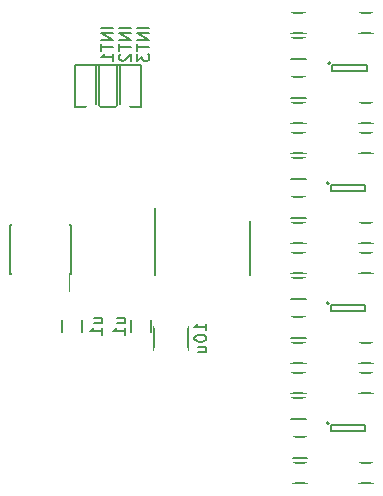
<source format=gbr>
G04 #@! TF.FileFunction,Legend,Bot*
%FSLAX46Y46*%
G04 Gerber Fmt 4.6, Leading zero omitted, Abs format (unit mm)*
G04 Created by KiCad (PCBNEW 4.0.5) date 07/26/17 23:20:59*
%MOMM*%
%LPD*%
G01*
G04 APERTURE LIST*
%ADD10C,0.100000*%
%ADD11C,0.150000*%
%ADD12C,0.200000*%
%ADD13O,1.900000X2.400000*%
%ADD14R,1.900000X2.400000*%
%ADD15R,2.900000X2.400000*%
%ADD16R,1.650000X1.900000*%
%ADD17R,0.800000X2.400000*%
%ADD18R,1.900000X1.700000*%
%ADD19R,1.050000X1.900000*%
%ADD20C,2.000000*%
%ADD21R,1.000000X2.600000*%
%ADD22R,1.416000X1.416000*%
%ADD23O,2.400000X1.900000*%
%ADD24R,2.400000X1.900000*%
%ADD25C,4.700000*%
G04 APERTURE END LIST*
D10*
D11*
X167435000Y-130540000D02*
X167435000Y-128540000D01*
X170385000Y-128540000D02*
X170385000Y-130540000D01*
X165520000Y-129024000D02*
X165520000Y-128024000D01*
X167220000Y-128024000D02*
X167220000Y-129024000D01*
X167552000Y-119595000D02*
X167577000Y-119595000D01*
X167552000Y-124245000D02*
X167577000Y-124245000D01*
X175602000Y-124245000D02*
X175577000Y-124245000D01*
X175602000Y-119595000D02*
X175577000Y-119595000D01*
X167552000Y-119595000D02*
X167552000Y-124245000D01*
X175602000Y-119595000D02*
X175602000Y-124245000D01*
X167577000Y-119595000D02*
X167577000Y-118520000D01*
X186020000Y-101995000D02*
X184820000Y-101995000D01*
X184820000Y-103745000D02*
X186020000Y-103745000D01*
X186020000Y-112155000D02*
X184820000Y-112155000D01*
X184820000Y-113905000D02*
X186020000Y-113905000D01*
X180305000Y-104154000D02*
X179105000Y-104154000D01*
X179105000Y-105904000D02*
X180305000Y-105904000D01*
X179105000Y-103745000D02*
X180305000Y-103745000D01*
X180305000Y-101995000D02*
X179105000Y-101995000D01*
X180305000Y-114314000D02*
X179105000Y-114314000D01*
X179105000Y-116064000D02*
X180305000Y-116064000D01*
X179105000Y-113905000D02*
X180305000Y-113905000D01*
X180305000Y-112155000D02*
X179105000Y-112155000D01*
X180305000Y-107456000D02*
X179105000Y-107456000D01*
X179105000Y-109206000D02*
X180305000Y-109206000D01*
X179105000Y-111365000D02*
X180305000Y-111365000D01*
X180305000Y-109615000D02*
X179105000Y-109615000D01*
X180305000Y-117616000D02*
X179105000Y-117616000D01*
X179105000Y-119366000D02*
X180305000Y-119366000D01*
X179105000Y-121525000D02*
X180305000Y-121525000D01*
X180305000Y-119775000D02*
X179105000Y-119775000D01*
X184820000Y-111365000D02*
X186020000Y-111365000D01*
X186020000Y-109615000D02*
X184820000Y-109615000D01*
X184820000Y-121525000D02*
X186020000Y-121525000D01*
X186020000Y-119775000D02*
X184820000Y-119775000D01*
X186020000Y-122315000D02*
X184820000Y-122315000D01*
X184820000Y-124065000D02*
X186020000Y-124065000D01*
X186020000Y-132475000D02*
X184820000Y-132475000D01*
X184820000Y-134225000D02*
X186020000Y-134225000D01*
X180305000Y-124474000D02*
X179105000Y-124474000D01*
X179105000Y-126224000D02*
X180305000Y-126224000D01*
X179105000Y-124065000D02*
X180305000Y-124065000D01*
X180305000Y-122315000D02*
X179105000Y-122315000D01*
X180305000Y-134634000D02*
X179105000Y-134634000D01*
X179105000Y-136384000D02*
X180305000Y-136384000D01*
X179105000Y-134225000D02*
X180305000Y-134225000D01*
X180305000Y-132475000D02*
X179105000Y-132475000D01*
X180305000Y-127776000D02*
X179105000Y-127776000D01*
X179105000Y-129526000D02*
X180305000Y-129526000D01*
X179105000Y-131685000D02*
X180305000Y-131685000D01*
X180305000Y-129935000D02*
X179105000Y-129935000D01*
X180432000Y-137936000D02*
X179232000Y-137936000D01*
X179232000Y-139686000D02*
X180432000Y-139686000D01*
X179232000Y-141845000D02*
X180432000Y-141845000D01*
X180432000Y-140095000D02*
X179232000Y-140095000D01*
X184820000Y-131685000D02*
X186020000Y-131685000D01*
X186020000Y-129935000D02*
X184820000Y-129935000D01*
X184820000Y-141845000D02*
X186020000Y-141845000D01*
X186020000Y-140095000D02*
X184820000Y-140095000D01*
X182423000Y-106280000D02*
G75*
G03X182423000Y-106280000I-100000J0D01*
G01*
X182573000Y-106930000D02*
X182573000Y-106430000D01*
X185473000Y-106930000D02*
X182573000Y-106930000D01*
X185473000Y-106430000D02*
X185473000Y-106930000D01*
X182573000Y-106430000D02*
X185473000Y-106430000D01*
X182296000Y-116440000D02*
G75*
G03X182296000Y-116440000I-100000J0D01*
G01*
X182446000Y-117090000D02*
X182446000Y-116590000D01*
X185346000Y-117090000D02*
X182446000Y-117090000D01*
X185346000Y-116590000D02*
X185346000Y-117090000D01*
X182446000Y-116590000D02*
X185346000Y-116590000D01*
X182296000Y-126600000D02*
G75*
G03X182296000Y-126600000I-100000J0D01*
G01*
X182446000Y-127250000D02*
X182446000Y-126750000D01*
X185346000Y-127250000D02*
X182446000Y-127250000D01*
X185346000Y-126750000D02*
X185346000Y-127250000D01*
X182446000Y-126750000D02*
X185346000Y-126750000D01*
X182296000Y-136760000D02*
G75*
G03X182296000Y-136760000I-100000J0D01*
G01*
X182446000Y-137410000D02*
X182446000Y-136910000D01*
X185346000Y-137410000D02*
X182446000Y-137410000D01*
X185346000Y-136910000D02*
X185346000Y-137410000D01*
X182446000Y-136910000D02*
X185346000Y-136910000D01*
X160436000Y-124122000D02*
X160291000Y-124122000D01*
X160436000Y-119972000D02*
X160291000Y-119972000D01*
X155286000Y-119972000D02*
X155431000Y-119972000D01*
X155286000Y-124122000D02*
X155431000Y-124122000D01*
X160436000Y-124122000D02*
X160436000Y-119972000D01*
X155286000Y-124122000D02*
X155286000Y-119972000D01*
X160291000Y-124122000D02*
X160291000Y-125522000D01*
X159678000Y-129024000D02*
X159678000Y-128024000D01*
X161378000Y-128024000D02*
X161378000Y-129024000D01*
D12*
X162814000Y-106426000D02*
X162814000Y-109855000D01*
X162814000Y-109855000D02*
X162814000Y-109982000D01*
X162814000Y-109982000D02*
X160782000Y-109982000D01*
X160782000Y-109982000D02*
X160782000Y-106426000D01*
X160782000Y-106426000D02*
X162814000Y-106426000D01*
X164592000Y-106426000D02*
X164592000Y-109855000D01*
X164592000Y-109855000D02*
X164592000Y-109982000D01*
X164592000Y-109982000D02*
X162560000Y-109982000D01*
X162560000Y-109982000D02*
X162560000Y-106426000D01*
X162560000Y-106426000D02*
X164592000Y-106426000D01*
X166370000Y-106426000D02*
X166370000Y-109855000D01*
X166370000Y-109855000D02*
X166370000Y-109982000D01*
X166370000Y-109982000D02*
X164338000Y-109982000D01*
X164338000Y-109982000D02*
X164338000Y-106426000D01*
X164338000Y-106426000D02*
X166370000Y-106426000D01*
D11*
X171902381Y-128897143D02*
X171902381Y-128325714D01*
X171902381Y-128611428D02*
X170902381Y-128611428D01*
X171045238Y-128516190D01*
X171140476Y-128420952D01*
X171188095Y-128325714D01*
X170902381Y-129516190D02*
X170902381Y-129611429D01*
X170950000Y-129706667D01*
X170997619Y-129754286D01*
X171092857Y-129801905D01*
X171283333Y-129849524D01*
X171521429Y-129849524D01*
X171711905Y-129801905D01*
X171807143Y-129754286D01*
X171854762Y-129706667D01*
X171902381Y-129611429D01*
X171902381Y-129516190D01*
X171854762Y-129420952D01*
X171807143Y-129373333D01*
X171711905Y-129325714D01*
X171521429Y-129278095D01*
X171283333Y-129278095D01*
X171092857Y-129325714D01*
X170997619Y-129373333D01*
X170950000Y-129420952D01*
X170902381Y-129516190D01*
X171235714Y-130706667D02*
X171902381Y-130706667D01*
X171235714Y-130278095D02*
X171759524Y-130278095D01*
X171854762Y-130325714D01*
X171902381Y-130420952D01*
X171902381Y-130563810D01*
X171854762Y-130659048D01*
X171807143Y-130706667D01*
X164377714Y-128262096D02*
X165044381Y-128262096D01*
X164377714Y-127833524D02*
X164901524Y-127833524D01*
X164996762Y-127881143D01*
X165044381Y-127976381D01*
X165044381Y-128119239D01*
X164996762Y-128214477D01*
X164949143Y-128262096D01*
X165044381Y-129262096D02*
X165044381Y-128690667D01*
X165044381Y-128976381D02*
X164044381Y-128976381D01*
X164187238Y-128881143D01*
X164282476Y-128785905D01*
X164330095Y-128690667D01*
X162413714Y-128262096D02*
X163080381Y-128262096D01*
X162413714Y-127833524D02*
X162937524Y-127833524D01*
X163032762Y-127881143D01*
X163080381Y-127976381D01*
X163080381Y-128119239D01*
X163032762Y-128214477D01*
X162985143Y-128262096D01*
X163080381Y-129262096D02*
X163080381Y-128690667D01*
X163080381Y-128976381D02*
X162080381Y-128976381D01*
X162223238Y-128881143D01*
X162318476Y-128785905D01*
X162366095Y-128690667D01*
D12*
X164028381Y-103267048D02*
X163028381Y-103267048D01*
X164028381Y-103743238D02*
X163028381Y-103743238D01*
X164028381Y-104314667D01*
X163028381Y-104314667D01*
X163028381Y-104648000D02*
X163028381Y-105219429D01*
X164028381Y-104933714D02*
X163028381Y-104933714D01*
X164028381Y-106076572D02*
X164028381Y-105505143D01*
X164028381Y-105790857D02*
X163028381Y-105790857D01*
X163171238Y-105695619D01*
X163266476Y-105600381D01*
X163314095Y-105505143D01*
X165552381Y-103267048D02*
X164552381Y-103267048D01*
X165552381Y-103743238D02*
X164552381Y-103743238D01*
X165552381Y-104314667D01*
X164552381Y-104314667D01*
X164552381Y-104648000D02*
X164552381Y-105219429D01*
X165552381Y-104933714D02*
X164552381Y-104933714D01*
X164647619Y-105505143D02*
X164600000Y-105552762D01*
X164552381Y-105648000D01*
X164552381Y-105886096D01*
X164600000Y-105981334D01*
X164647619Y-106028953D01*
X164742857Y-106076572D01*
X164838095Y-106076572D01*
X164980952Y-106028953D01*
X165552381Y-105457524D01*
X165552381Y-106076572D01*
X167076381Y-103267048D02*
X166076381Y-103267048D01*
X167076381Y-103743238D02*
X166076381Y-103743238D01*
X167076381Y-104314667D01*
X166076381Y-104314667D01*
X166076381Y-104648000D02*
X166076381Y-105219429D01*
X167076381Y-104933714D02*
X166076381Y-104933714D01*
X166076381Y-105457524D02*
X166076381Y-106076572D01*
X166457333Y-105743238D01*
X166457333Y-105886096D01*
X166504952Y-105981334D01*
X166552571Y-106028953D01*
X166647810Y-106076572D01*
X166885905Y-106076572D01*
X166981143Y-106028953D01*
X167028762Y-105981334D01*
X167076381Y-105886096D01*
X167076381Y-105600381D01*
X167028762Y-105505143D01*
X166981143Y-105457524D01*
%LPC*%
D13*
X169926000Y-114042000D03*
X169926000Y-111002000D03*
X167386000Y-111002000D03*
X167386000Y-114042000D03*
D14*
X159766000Y-114042000D03*
D13*
X159766000Y-111002000D03*
X162306000Y-114042000D03*
X162306000Y-111002000D03*
X164846000Y-114042000D03*
X164846000Y-111002000D03*
D15*
X168910000Y-127540000D03*
X168910000Y-131540000D03*
D16*
X166370000Y-127274000D03*
X166370000Y-129774000D03*
D17*
X168002000Y-118620000D03*
X175152000Y-125220000D03*
X168652000Y-118620000D03*
X169302000Y-118620000D03*
X169952000Y-118620000D03*
X170602000Y-118620000D03*
X171252000Y-118620000D03*
X171902000Y-118620000D03*
X172552000Y-118620000D03*
X173202000Y-118620000D03*
X173852000Y-118620000D03*
X174502000Y-118620000D03*
X175152000Y-118620000D03*
X174502000Y-125220000D03*
X173852000Y-125220000D03*
X173202000Y-125220000D03*
X172552000Y-125220000D03*
X171902000Y-125220000D03*
X171252000Y-125220000D03*
X170602000Y-125220000D03*
X169952000Y-125220000D03*
X169302000Y-125220000D03*
X168652000Y-125220000D03*
X168002000Y-125220000D03*
D18*
X184070000Y-102870000D03*
X186770000Y-102870000D03*
X184070000Y-113030000D03*
X186770000Y-113030000D03*
X178355000Y-105029000D03*
X181055000Y-105029000D03*
X181055000Y-102870000D03*
X178355000Y-102870000D03*
X178355000Y-115189000D03*
X181055000Y-115189000D03*
X181055000Y-113030000D03*
X178355000Y-113030000D03*
X178355000Y-108331000D03*
X181055000Y-108331000D03*
X181055000Y-110490000D03*
X178355000Y-110490000D03*
X178355000Y-118491000D03*
X181055000Y-118491000D03*
X181055000Y-120650000D03*
X178355000Y-120650000D03*
X186770000Y-110490000D03*
X184070000Y-110490000D03*
X186770000Y-120650000D03*
X184070000Y-120650000D03*
X184070000Y-123190000D03*
X186770000Y-123190000D03*
X184070000Y-133350000D03*
X186770000Y-133350000D03*
X178355000Y-125349000D03*
X181055000Y-125349000D03*
X181055000Y-123190000D03*
X178355000Y-123190000D03*
X178355000Y-135509000D03*
X181055000Y-135509000D03*
X181055000Y-133350000D03*
X178355000Y-133350000D03*
X178355000Y-128651000D03*
X181055000Y-128651000D03*
X181055000Y-130810000D03*
X178355000Y-130810000D03*
X178482000Y-138811000D03*
X181182000Y-138811000D03*
X181182000Y-140970000D03*
X178482000Y-140970000D03*
X186770000Y-130810000D03*
X184070000Y-130810000D03*
X186770000Y-140970000D03*
X184070000Y-140970000D03*
D19*
X183073000Y-105330000D03*
X184023000Y-105330000D03*
X184973000Y-105330000D03*
X184973000Y-108030000D03*
X183073000Y-108030000D03*
X184023000Y-108030000D03*
X182946000Y-115490000D03*
X183896000Y-115490000D03*
X184846000Y-115490000D03*
X184846000Y-118190000D03*
X182946000Y-118190000D03*
X183896000Y-118190000D03*
X182946000Y-125650000D03*
X183896000Y-125650000D03*
X184846000Y-125650000D03*
X184846000Y-128350000D03*
X182946000Y-128350000D03*
X183896000Y-128350000D03*
X182946000Y-135810000D03*
X183896000Y-135810000D03*
X184846000Y-135810000D03*
X184846000Y-138510000D03*
X182946000Y-138510000D03*
X183896000Y-138510000D03*
D20*
X155956000Y-127508000D03*
X155956000Y-132588000D03*
X158496000Y-127508000D03*
X158496000Y-132588000D03*
D21*
X159766000Y-125047000D03*
X158496000Y-125047000D03*
X157226000Y-125047000D03*
X155956000Y-125047000D03*
X155956000Y-119047000D03*
X157226000Y-119047000D03*
X158496000Y-119047000D03*
X159766000Y-119047000D03*
D16*
X160528000Y-127274000D03*
X160528000Y-129774000D03*
D22*
X161798000Y-108902500D03*
X161798000Y-107505500D03*
X163576000Y-108902500D03*
X163576000Y-107505500D03*
X165354000Y-108902500D03*
X165354000Y-107505500D03*
D23*
X191139000Y-140970000D03*
X194179000Y-140970000D03*
X191139000Y-135890000D03*
X194179000Y-135890000D03*
X194179000Y-138430000D03*
X191139000Y-138430000D03*
X191139000Y-133350000D03*
X194179000Y-133350000D03*
X194179000Y-130810000D03*
X191139000Y-130810000D03*
X191139000Y-128270000D03*
X194179000Y-128270000D03*
X194179000Y-125730000D03*
X191139000Y-125730000D03*
X191139000Y-123190000D03*
X194179000Y-123190000D03*
X194179000Y-120650000D03*
X191139000Y-120650000D03*
X191139000Y-118110000D03*
X194179000Y-118110000D03*
X194179000Y-115570000D03*
X191139000Y-115570000D03*
X191139000Y-113030000D03*
X194179000Y-113030000D03*
X194179000Y-110490000D03*
X191139000Y-110490000D03*
D24*
X191139000Y-102870000D03*
D23*
X194179000Y-102870000D03*
X191139000Y-105410000D03*
X194179000Y-105410000D03*
X191139000Y-107950000D03*
X194179000Y-107950000D03*
D25*
X170180000Y-137160000D03*
X159000000Y-102000000D03*
M02*

</source>
